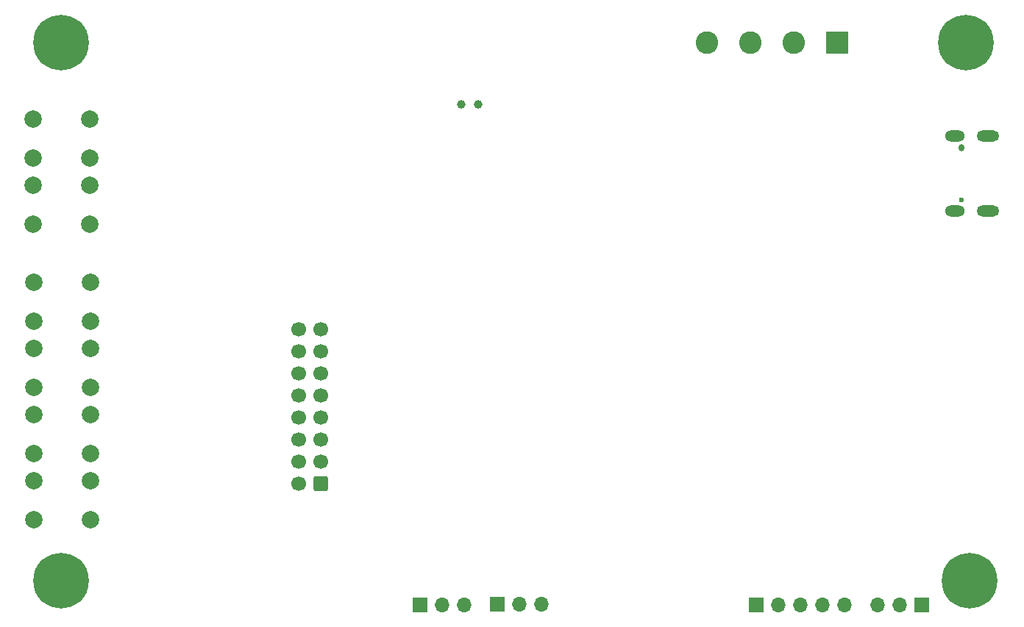
<source format=gbr>
%TF.GenerationSoftware,KiCad,Pcbnew,7.0.1*%
%TF.CreationDate,2023-04-28T22:50:49+01:00*%
%TF.ProjectId,clock25,636c6f63-6b32-4352-9e6b-696361645f70,rev?*%
%TF.SameCoordinates,Original*%
%TF.FileFunction,Soldermask,Bot*%
%TF.FilePolarity,Negative*%
%FSLAX46Y46*%
G04 Gerber Fmt 4.6, Leading zero omitted, Abs format (unit mm)*
G04 Created by KiCad (PCBNEW 7.0.1) date 2023-04-28 22:50:49*
%MOMM*%
%LPD*%
G01*
G04 APERTURE LIST*
G04 Aperture macros list*
%AMRoundRect*
0 Rectangle with rounded corners*
0 $1 Rounding radius*
0 $2 $3 $4 $5 $6 $7 $8 $9 X,Y pos of 4 corners*
0 Add a 4 corners polygon primitive as box body*
4,1,4,$2,$3,$4,$5,$6,$7,$8,$9,$2,$3,0*
0 Add four circle primitives for the rounded corners*
1,1,$1+$1,$2,$3*
1,1,$1+$1,$4,$5*
1,1,$1+$1,$6,$7*
1,1,$1+$1,$8,$9*
0 Add four rect primitives between the rounded corners*
20,1,$1+$1,$2,$3,$4,$5,0*
20,1,$1+$1,$4,$5,$6,$7,0*
20,1,$1+$1,$6,$7,$8,$9,0*
20,1,$1+$1,$8,$9,$2,$3,0*%
G04 Aperture macros list end*
%ADD10C,0.800000*%
%ADD11C,6.400000*%
%ADD12C,2.000000*%
%ADD13R,1.700000X1.700000*%
%ADD14O,1.700000X1.700000*%
%ADD15O,2.600000X1.300000*%
%ADD16O,2.300000X1.300000*%
%ADD17O,0.600000X0.850000*%
%ADD18C,0.600000*%
%ADD19C,1.000000*%
%ADD20RoundRect,0.250000X0.600000X0.600000X-0.600000X0.600000X-0.600000X-0.600000X0.600000X-0.600000X0*%
%ADD21C,1.700000*%
%ADD22R,2.600000X2.600000*%
%ADD23C,2.600000*%
G04 APERTURE END LIST*
D10*
%TO.C,REF\u002A\u002A*%
X195720000Y-69850000D03*
X196422944Y-68152944D03*
X196422944Y-71547056D03*
X198120000Y-67450000D03*
D11*
X198120000Y-69850000D03*
D10*
X198120000Y-72250000D03*
X199817056Y-68152944D03*
X199817056Y-71547056D03*
X200520000Y-69850000D03*
%TD*%
D12*
%TO.C,SW4*%
X90805000Y-105065000D03*
X97305000Y-105065000D03*
X90805000Y-109565000D03*
X97305000Y-109565000D03*
%TD*%
D13*
%TO.C,J8*%
X135270000Y-134620000D03*
D14*
X137810000Y-134620000D03*
X140350000Y-134620000D03*
%TD*%
D15*
%TO.C,J1*%
X200660000Y-80640000D03*
D16*
X196835000Y-80640000D03*
D15*
X200660000Y-89280000D03*
D16*
X196835000Y-89280000D03*
D17*
X197560000Y-81960000D03*
D18*
X197560000Y-87960000D03*
%TD*%
D13*
%TO.C,J7*%
X193040000Y-134620000D03*
D14*
X190500000Y-134620000D03*
X187960000Y-134620000D03*
%TD*%
D19*
%TO.C,Y1*%
X141920000Y-77005000D03*
X140020000Y-77005000D03*
%TD*%
D10*
%TO.C,REF\u002A\u002A*%
X91580000Y-69850000D03*
X92282944Y-68152944D03*
X92282944Y-71547056D03*
X93980000Y-67450000D03*
D11*
X93980000Y-69850000D03*
D10*
X93980000Y-72250000D03*
X95677056Y-68152944D03*
X95677056Y-71547056D03*
X96380000Y-69850000D03*
%TD*%
D12*
%TO.C,SW3*%
X90805000Y-97445000D03*
X97305000Y-97445000D03*
X90805000Y-101945000D03*
X97305000Y-101945000D03*
%TD*%
D13*
%TO.C,J9*%
X173990000Y-134620000D03*
D14*
X176530000Y-134620000D03*
X179070000Y-134620000D03*
X181610000Y-134620000D03*
X184150000Y-134620000D03*
%TD*%
D12*
%TO.C,SW5*%
X90805000Y-112685000D03*
X97305000Y-112685000D03*
X90805000Y-117185000D03*
X97305000Y-117185000D03*
%TD*%
D10*
%TO.C,REF\u002A\u002A*%
X91580000Y-131872056D03*
X92282944Y-130175000D03*
X92282944Y-133569112D03*
X93980000Y-129472056D03*
D11*
X93980000Y-131872056D03*
D10*
X93980000Y-134272056D03*
X95677056Y-130175000D03*
X95677056Y-133569112D03*
X96380000Y-131872056D03*
%TD*%
D12*
%TO.C,SW6*%
X90805000Y-120305000D03*
X97305000Y-120305000D03*
X90805000Y-124805000D03*
X97305000Y-124805000D03*
%TD*%
%TO.C,SW2*%
X90730000Y-86305000D03*
X97230000Y-86305000D03*
X90730000Y-90805000D03*
X97230000Y-90805000D03*
%TD*%
D20*
%TO.C,J2*%
X123825000Y-120650000D03*
D21*
X121285000Y-120650000D03*
X123825000Y-118110000D03*
X121285000Y-118110000D03*
X123825000Y-115570000D03*
X121285000Y-115570000D03*
X123825000Y-113030000D03*
X121285000Y-113030000D03*
X123825000Y-110490000D03*
X121285000Y-110490000D03*
X123825000Y-107950000D03*
X121285000Y-107950000D03*
X123825000Y-105410000D03*
X121285000Y-105410000D03*
X123825000Y-102870000D03*
X121285000Y-102870000D03*
%TD*%
D10*
%TO.C,REF\u002A\u002A*%
X196147056Y-131872056D03*
X196850000Y-130175000D03*
X196850000Y-133569112D03*
X198547056Y-129472056D03*
D11*
X198547056Y-131872056D03*
D10*
X198547056Y-134272056D03*
X200244112Y-130175000D03*
X200244112Y-133569112D03*
X200947056Y-131872056D03*
%TD*%
D22*
%TO.C,J3*%
X183275000Y-69850000D03*
D23*
X178275000Y-69850000D03*
X173275000Y-69850000D03*
X168275000Y-69850000D03*
%TD*%
D12*
%TO.C,SW1*%
X90730000Y-78685000D03*
X97230000Y-78685000D03*
X90730000Y-83185000D03*
X97230000Y-83185000D03*
%TD*%
D13*
%TO.C,J5*%
X144160000Y-134595000D03*
D14*
X146700000Y-134595000D03*
X149240000Y-134595000D03*
%TD*%
M02*

</source>
